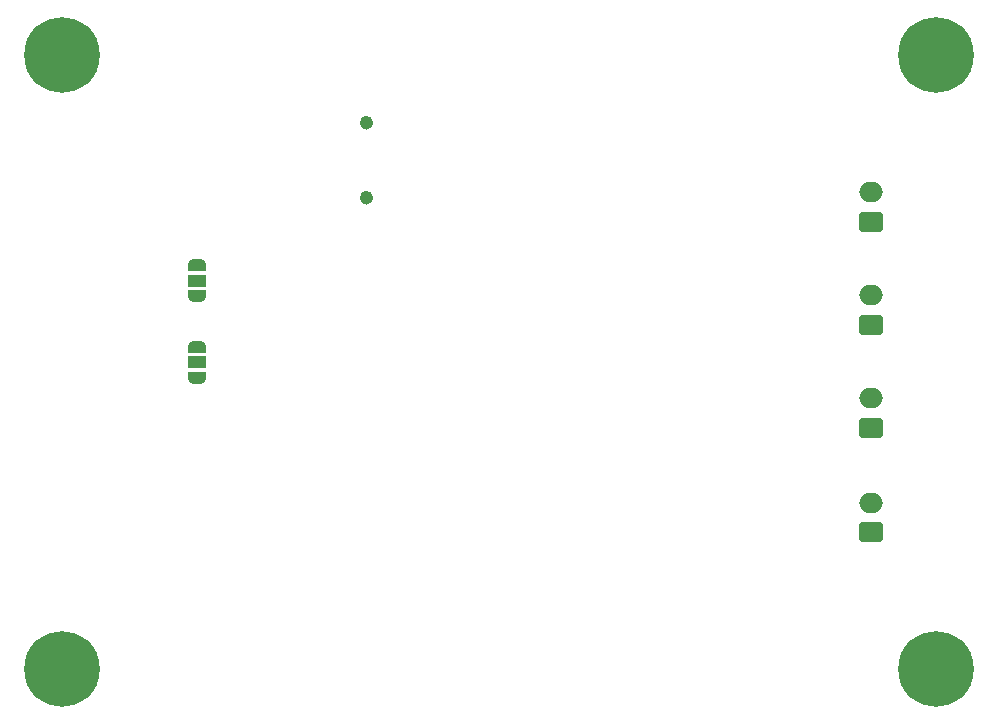
<source format=gbr>
%TF.GenerationSoftware,KiCad,Pcbnew,8.0.6*%
%TF.CreationDate,2024-12-17T06:31:53+02:00*%
%TF.ProjectId,PionController,50696f6e-436f-46e7-9472-6f6c6c65722e,rev?*%
%TF.SameCoordinates,Original*%
%TF.FileFunction,Soldermask,Bot*%
%TF.FilePolarity,Negative*%
%FSLAX46Y46*%
G04 Gerber Fmt 4.6, Leading zero omitted, Abs format (unit mm)*
G04 Created by KiCad (PCBNEW 8.0.6) date 2024-12-17 06:31:53*
%MOMM*%
%LPD*%
G01*
G04 APERTURE LIST*
G04 Aperture macros list*
%AMRoundRect*
0 Rectangle with rounded corners*
0 $1 Rounding radius*
0 $2 $3 $4 $5 $6 $7 $8 $9 X,Y pos of 4 corners*
0 Add a 4 corners polygon primitive as box body*
4,1,4,$2,$3,$4,$5,$6,$7,$8,$9,$2,$3,0*
0 Add four circle primitives for the rounded corners*
1,1,$1+$1,$2,$3*
1,1,$1+$1,$4,$5*
1,1,$1+$1,$6,$7*
1,1,$1+$1,$8,$9*
0 Add four rect primitives between the rounded corners*
20,1,$1+$1,$2,$3,$4,$5,0*
20,1,$1+$1,$4,$5,$6,$7,0*
20,1,$1+$1,$6,$7,$8,$9,0*
20,1,$1+$1,$8,$9,$2,$3,0*%
%AMFreePoly0*
4,1,19,0.550000,-0.750000,0.000000,-0.750000,0.000000,-0.744911,-0.071157,-0.744911,-0.207708,-0.704816,-0.327430,-0.627875,-0.420627,-0.520320,-0.479746,-0.390866,-0.500000,-0.250000,-0.500000,0.250000,-0.479746,0.390866,-0.420627,0.520320,-0.327430,0.627875,-0.207708,0.704816,-0.071157,0.744911,0.000000,0.744911,0.000000,0.750000,0.550000,0.750000,0.550000,-0.750000,0.550000,-0.750000,
$1*%
%AMFreePoly1*
4,1,19,0.000000,0.744911,0.071157,0.744911,0.207708,0.704816,0.327430,0.627875,0.420627,0.520320,0.479746,0.390866,0.500000,0.250000,0.500000,-0.250000,0.479746,-0.390866,0.420627,-0.520320,0.327430,-0.627875,0.207708,-0.704816,0.071157,-0.744911,0.000000,-0.744911,0.000000,-0.750000,-0.550000,-0.750000,-0.550000,0.750000,0.000000,0.750000,0.000000,0.744911,0.000000,0.744911,
$1*%
G04 Aperture macros list end*
%ADD10C,0.561000*%
%ADD11C,0.800000*%
%ADD12C,6.400000*%
%ADD13RoundRect,0.250000X0.750000X-0.600000X0.750000X0.600000X-0.750000X0.600000X-0.750000X-0.600000X0*%
%ADD14O,2.000000X1.700000*%
%ADD15C,1.020000*%
%ADD16FreePoly0,90.000000*%
%ADD17R,1.500000X1.000000*%
%ADD18FreePoly1,90.000000*%
G04 APERTURE END LIST*
%TO.C,J1*%
D10*
X130090500Y-76405000D02*
G75*
G02*
X129529500Y-76405000I-280500J0D01*
G01*
X129529500Y-76405000D02*
G75*
G02*
X130090500Y-76405000I280500J0D01*
G01*
X130090500Y-82755000D02*
G75*
G02*
X129529500Y-82755000I-280500J0D01*
G01*
X129529500Y-82755000D02*
G75*
G02*
X130090500Y-82755000I280500J0D01*
G01*
%TD*%
D11*
%TO.C,H3*%
X175600000Y-122649999D03*
X176302944Y-120952943D03*
X176302944Y-124347055D03*
X178000000Y-120249999D03*
D12*
X178000000Y-122649999D03*
D11*
X178000000Y-125049999D03*
X179697056Y-120952943D03*
X179697056Y-124347055D03*
X180400000Y-122649999D03*
%TD*%
D13*
%TO.C,J5*%
X172567600Y-102235000D03*
D14*
X172567600Y-99735000D03*
%TD*%
D11*
%TO.C,H1*%
X101600000Y-70649999D03*
X102302944Y-68952943D03*
X102302944Y-72347055D03*
X104000000Y-68249999D03*
D12*
X104000000Y-70649999D03*
D11*
X104000000Y-73049999D03*
X105697056Y-68952943D03*
X105697056Y-72347055D03*
X106400000Y-70649999D03*
%TD*%
%TO.C,H4*%
X101600000Y-122649999D03*
X102302944Y-120952943D03*
X102302944Y-124347055D03*
X104000000Y-120249999D03*
D12*
X104000000Y-122649999D03*
D11*
X104000000Y-125049999D03*
X105697056Y-120952943D03*
X105697056Y-124347055D03*
X106400000Y-122649999D03*
%TD*%
D13*
%TO.C,J3*%
X172567600Y-84785200D03*
D14*
X172567600Y-82285200D03*
%TD*%
D13*
%TO.C,J6*%
X172563200Y-111094200D03*
D14*
X172563200Y-108594200D03*
%TD*%
D13*
%TO.C,J4*%
X172567600Y-93522800D03*
D14*
X172567600Y-91022800D03*
%TD*%
D15*
%TO.C,J1*%
X129810000Y-76405000D03*
X129810000Y-82755000D03*
%TD*%
D11*
%TO.C,H2*%
X175600000Y-70649999D03*
X176302944Y-68952943D03*
X176302944Y-72347055D03*
X178000000Y-68249999D03*
D12*
X178000000Y-70649999D03*
D11*
X178000000Y-73049999D03*
X179697056Y-68952943D03*
X179697056Y-72347055D03*
X180400000Y-70649999D03*
%TD*%
D16*
%TO.C,SB2*%
X115443000Y-91089000D03*
D17*
X115443000Y-89789000D03*
D18*
X115443000Y-88489000D03*
%TD*%
D16*
%TO.C,SB1*%
X115500000Y-98000000D03*
D17*
X115500000Y-96700000D03*
D18*
X115500000Y-95400000D03*
%TD*%
M02*

</source>
